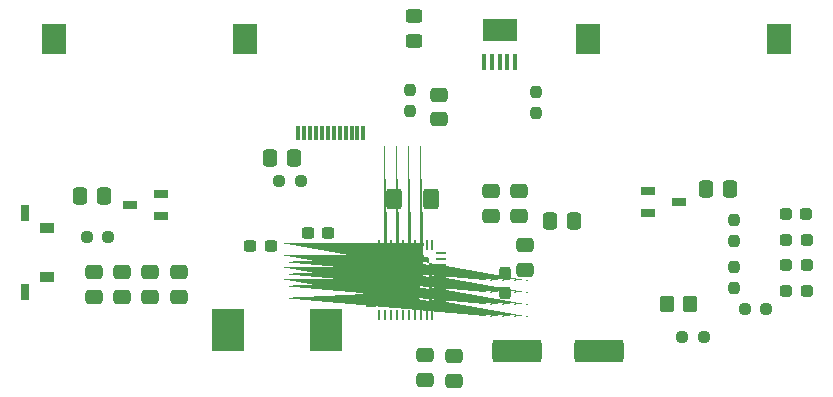
<source format=gbr>
%TF.GenerationSoftware,KiCad,Pcbnew,(6.0.6)*%
%TF.CreationDate,2022-07-25T23:57:11+01:00*%
%TF.ProjectId,Virpar,56697270-6172-42e6-9b69-6361645f7063,rev?*%
%TF.SameCoordinates,Original*%
%TF.FileFunction,Paste,Top*%
%TF.FilePolarity,Positive*%
%FSLAX46Y46*%
G04 Gerber Fmt 4.6, Leading zero omitted, Abs format (unit mm)*
G04 Created by KiCad (PCBNEW (6.0.6)) date 2022-07-25 23:57:12*
%MOMM*%
%LPD*%
G01*
G04 APERTURE LIST*
G04 Aperture macros list*
%AMRoundRect*
0 Rectangle with rounded corners*
0 $1 Rounding radius*
0 $2 $3 $4 $5 $6 $7 $8 $9 X,Y pos of 4 corners*
0 Add a 4 corners polygon primitive as box body*
4,1,4,$2,$3,$4,$5,$6,$7,$8,$9,$2,$3,0*
0 Add four circle primitives for the rounded corners*
1,1,$1+$1,$2,$3*
1,1,$1+$1,$4,$5*
1,1,$1+$1,$6,$7*
1,1,$1+$1,$8,$9*
0 Add four rect primitives between the rounded corners*
20,1,$1+$1,$2,$3,$4,$5,0*
20,1,$1+$1,$4,$5,$6,$7,0*
20,1,$1+$1,$6,$7,$8,$9,0*
20,1,$1+$1,$8,$9,$2,$3,0*%
%AMFreePoly0*
4,1,57,0.261297,0.442772,0.269672,0.444099,0.291600,0.432926,0.315006,0.425321,0.319990,0.418461,0.327546,0.414611,0.414611,0.327546,0.418461,0.319990,0.425321,0.315006,0.432926,0.291600,0.444099,0.269672,0.442772,0.261297,0.445393,0.253232,0.445393,-0.253232,0.442772,-0.261297,0.444099,-0.269672,0.432926,-0.291600,0.425321,-0.315006,0.418461,-0.319990,0.414611,-0.327546,
0.327546,-0.414611,0.319990,-0.418461,0.315006,-0.425321,0.291600,-0.432926,0.269672,-0.444099,0.261297,-0.442772,0.253232,-0.445393,-0.253232,-0.445393,-0.261297,-0.442772,-0.269672,-0.444099,-0.291600,-0.432926,-0.315006,-0.425321,-0.319990,-0.418461,-0.327546,-0.414611,-0.414611,-0.327546,-0.418461,-0.319990,-0.425321,-0.315006,-0.432926,-0.291600,-0.444099,-0.269672,-0.442772,-0.261297,
-0.445393,-0.253232,-0.445393,0.253232,-0.442772,0.261297,-0.444099,0.269672,-0.432926,0.291600,-0.425321,0.315006,-0.418461,0.319990,-0.414611,0.327546,-0.327546,0.414611,-0.319990,0.418461,-0.315006,0.425321,-0.291600,0.432926,-0.269672,0.444099,-0.261297,0.442772,-0.253232,0.445393,0.253232,0.445393,0.261297,0.442772,0.261297,0.442772,$1*%
G04 Aperture macros list end*
%ADD10FreePoly0,90.000000*%
%ADD11RoundRect,0.062500X0.062500X-0.350000X0.062500X0.350000X-0.062500X0.350000X-0.062500X-0.350000X0*%
%ADD12RoundRect,0.062500X0.350000X-0.062500X0.350000X0.062500X-0.350000X0.062500X-0.350000X-0.062500X0*%
%ADD13R,1.270000X0.900000*%
%ADD14R,0.800000X1.450000*%
%ADD15R,2.700000X3.600000*%
%ADD16R,2.000000X2.600000*%
%ADD17R,0.304800X1.193800*%
%ADD18R,0.400000X1.350000*%
%ADD19R,2.900000X1.900000*%
%ADD20RoundRect,0.250000X-0.400000X-0.625000X0.400000X-0.625000X0.400000X0.625000X-0.400000X0.625000X0*%
%ADD21RoundRect,0.250000X-1.825000X-0.700000X1.825000X-0.700000X1.825000X0.700000X-1.825000X0.700000X0*%
%ADD22RoundRect,0.237500X-0.300000X-0.237500X0.300000X-0.237500X0.300000X0.237500X-0.300000X0.237500X0*%
%ADD23RoundRect,0.250000X-0.475000X0.337500X-0.475000X-0.337500X0.475000X-0.337500X0.475000X0.337500X0*%
%ADD24RoundRect,0.250000X0.337500X0.475000X-0.337500X0.475000X-0.337500X-0.475000X0.337500X-0.475000X0*%
%ADD25RoundRect,0.250000X0.475000X-0.337500X0.475000X0.337500X-0.475000X0.337500X-0.475000X-0.337500X0*%
%ADD26RoundRect,0.250000X-0.337500X-0.475000X0.337500X-0.475000X0.337500X0.475000X-0.337500X0.475000X0*%
%ADD27RoundRect,0.237500X-0.250000X-0.237500X0.250000X-0.237500X0.250000X0.237500X-0.250000X0.237500X0*%
%ADD28RoundRect,0.237500X0.287500X0.237500X-0.287500X0.237500X-0.287500X-0.237500X0.287500X-0.237500X0*%
%ADD29RoundRect,0.237500X-0.237500X0.300000X-0.237500X-0.300000X0.237500X-0.300000X0.237500X0.300000X0*%
%ADD30R,1.220000X0.650000*%
%ADD31RoundRect,0.237500X0.237500X-0.250000X0.237500X0.250000X-0.237500X0.250000X-0.237500X-0.250000X0*%
%ADD32RoundRect,0.237500X-0.287500X-0.237500X0.287500X-0.237500X0.287500X0.237500X-0.287500X0.237500X0*%
%ADD33RoundRect,0.250000X-0.450000X0.325000X-0.450000X-0.325000X0.450000X-0.325000X0.450000X0.325000X0*%
%ADD34RoundRect,0.237500X0.250000X0.237500X-0.250000X0.237500X-0.250000X-0.237500X0.250000X-0.237500X0*%
%ADD35RoundRect,0.237500X-0.237500X0.250000X-0.237500X-0.250000X0.237500X-0.250000X0.237500X0.250000X0*%
%ADD36RoundRect,0.250000X-0.350000X-0.450000X0.350000X-0.450000X0.350000X0.450000X-0.350000X0.450000X0*%
G04 APERTURE END LIST*
D10*
%TO.C,U1*%
X155291100Y-92070500D03*
X154266100Y-91045500D03*
X155291100Y-93095500D03*
X154266100Y-94120500D03*
X157341100Y-92070500D03*
X157341100Y-91045500D03*
X155291100Y-94120500D03*
X157341100Y-94120500D03*
X155291100Y-91045500D03*
X156316100Y-92070500D03*
X154266100Y-93095500D03*
X157341100Y-93095500D03*
X156316100Y-91045500D03*
X156316100Y-94120500D03*
X156316100Y-93095500D03*
X154266100Y-92070500D03*
D11*
X153553600Y-95520500D03*
X154053600Y-95520500D03*
X154553600Y-95520500D03*
X155053600Y-95520500D03*
X155553600Y-95520500D03*
X156053600Y-95520500D03*
X156553600Y-95520500D03*
X157053600Y-95520500D03*
X157553600Y-95520500D03*
X158053600Y-95520500D03*
D12*
X158741100Y-94833000D03*
X158741100Y-94333000D03*
X158741100Y-93833000D03*
X158741100Y-93333000D03*
X158741100Y-92833000D03*
X158741100Y-92333000D03*
X158741100Y-91833000D03*
X158741100Y-91333000D03*
X158741100Y-90833000D03*
X158741100Y-90333000D03*
D11*
X158053600Y-89645500D03*
X157553600Y-89645500D03*
X157053600Y-89645500D03*
X156553600Y-89645500D03*
X156053600Y-89645500D03*
X155553600Y-89645500D03*
X155053600Y-89645500D03*
X154553600Y-89645500D03*
X154053600Y-89645500D03*
X153553600Y-89645500D03*
D12*
X152866100Y-90333000D03*
X152866100Y-90833000D03*
X152866100Y-91333000D03*
X152866100Y-91833000D03*
X152866100Y-92333000D03*
X152866100Y-92833000D03*
X152866100Y-93333000D03*
X152866100Y-93833000D03*
X152866100Y-94333000D03*
X152866100Y-94833000D03*
%TD*%
D13*
%TO.C,SW1*%
X125401300Y-88170870D03*
X125401300Y-92370870D03*
D14*
X123516300Y-86895870D03*
X123516300Y-93645870D03*
%TD*%
D15*
%TO.C,L1*%
X149057000Y-96799400D03*
X140757000Y-96799400D03*
%TD*%
D16*
%TO.C,J4*%
X187401200Y-72190000D03*
X171246800Y-72190000D03*
%TD*%
%TO.C,J3*%
X142189200Y-72186800D03*
X126034800Y-72186800D03*
%TD*%
D17*
%TO.C,J2*%
X152196800Y-80169400D03*
X151696674Y-80169400D03*
X151196548Y-80169400D03*
X150696422Y-80169400D03*
X150196296Y-80169400D03*
X149696170Y-80169400D03*
X149196044Y-80169400D03*
X148695918Y-80169400D03*
X148195792Y-80169400D03*
X147695666Y-80169400D03*
X147195540Y-80169400D03*
X146695414Y-80169400D03*
%TD*%
D18*
%TO.C,J1*%
X162428400Y-74125200D03*
X163078400Y-74125200D03*
X163728400Y-74125200D03*
X164378400Y-74125200D03*
X165028400Y-74125200D03*
D19*
X163728400Y-71450200D03*
%TD*%
D20*
%TO.C,R1*%
X154812400Y-85725000D03*
X157912400Y-85725000D03*
%TD*%
D21*
%TO.C,CP12*%
X165206400Y-98615500D03*
X172156400Y-98615500D03*
%TD*%
D22*
%TO.C,C2*%
X142637500Y-89750000D03*
X144362500Y-89750000D03*
%TD*%
D23*
%TO.C,CP13*%
X158575000Y-76912500D03*
X158575000Y-78987500D03*
%TD*%
D24*
%TO.C,CP10*%
X146362500Y-82300000D03*
X144287500Y-82300000D03*
%TD*%
D25*
%TO.C,CP3*%
X131749800Y-94030800D03*
X131749800Y-91955800D03*
%TD*%
D26*
%TO.C,CP16*%
X167962500Y-87575000D03*
X170037500Y-87575000D03*
%TD*%
%TO.C,CP9*%
X181207500Y-84861400D03*
X183282500Y-84861400D03*
%TD*%
D22*
%TO.C,C1*%
X147487500Y-88625000D03*
X149212500Y-88625000D03*
%TD*%
D25*
%TO.C,CP17*%
X165350000Y-87162500D03*
X165350000Y-85087500D03*
%TD*%
D23*
%TO.C,CP6*%
X159867600Y-99038500D03*
X159867600Y-101113500D03*
%TD*%
D25*
%TO.C,CP14*%
X129362200Y-94026900D03*
X129362200Y-91951900D03*
%TD*%
D27*
%TO.C,R12*%
X179198900Y-97383600D03*
X181023900Y-97383600D03*
%TD*%
D25*
%TO.C,CP2*%
X134137400Y-94030800D03*
X134137400Y-91955800D03*
%TD*%
D28*
%TO.C,D1*%
X189749400Y-93548200D03*
X187999400Y-93548200D03*
%TD*%
%TO.C,D3*%
X189724000Y-89204800D03*
X187974000Y-89204800D03*
%TD*%
D25*
%TO.C,CP20*%
X162975000Y-87162500D03*
X162975000Y-85087500D03*
%TD*%
D29*
%TO.C,C6*%
X164185600Y-91987200D03*
X164185600Y-93712200D03*
%TD*%
D27*
%TO.C,R6*%
X128787500Y-88925000D03*
X130612500Y-88925000D03*
%TD*%
D30*
%TO.C,Q3*%
X135091800Y-87208400D03*
X135091800Y-85308400D03*
X132471800Y-86258400D03*
%TD*%
D23*
%TO.C,CP5*%
X165925000Y-89662500D03*
X165925000Y-91737500D03*
%TD*%
D30*
%TO.C,Q1*%
X176265000Y-85025000D03*
X176265000Y-86925000D03*
X178885000Y-85975000D03*
%TD*%
D31*
%TO.C,R5*%
X156184600Y-78306300D03*
X156184600Y-76481300D03*
%TD*%
D32*
%TO.C,D2*%
X188024800Y-91338400D03*
X189774800Y-91338400D03*
%TD*%
D33*
%TO.C,D8*%
X156464000Y-70272800D03*
X156464000Y-72322800D03*
%TD*%
D25*
%TO.C,CP1*%
X136601200Y-94001500D03*
X136601200Y-91926500D03*
%TD*%
D27*
%TO.C,R8*%
X145062500Y-84225000D03*
X146887500Y-84225000D03*
%TD*%
D34*
%TO.C,R14*%
X186307100Y-95072200D03*
X184482100Y-95072200D03*
%TD*%
D31*
%TO.C,R2*%
X183591200Y-93294200D03*
X183591200Y-91469200D03*
%TD*%
D23*
%TO.C,CP4*%
X157454600Y-98987700D03*
X157454600Y-101062700D03*
%TD*%
D24*
%TO.C,CP7*%
X130276600Y-85471000D03*
X128201600Y-85471000D03*
%TD*%
D35*
%TO.C,R7*%
X183591200Y-87504900D03*
X183591200Y-89329900D03*
%TD*%
D32*
%TO.C,D4*%
X187948600Y-86995000D03*
X189698600Y-86995000D03*
%TD*%
D36*
%TO.C,RNTC1*%
X177866800Y-94615000D03*
X179866800Y-94615000D03*
%TD*%
D31*
%TO.C,R9*%
X166850000Y-78462500D03*
X166850000Y-76637500D03*
%TD*%
M02*

</source>
